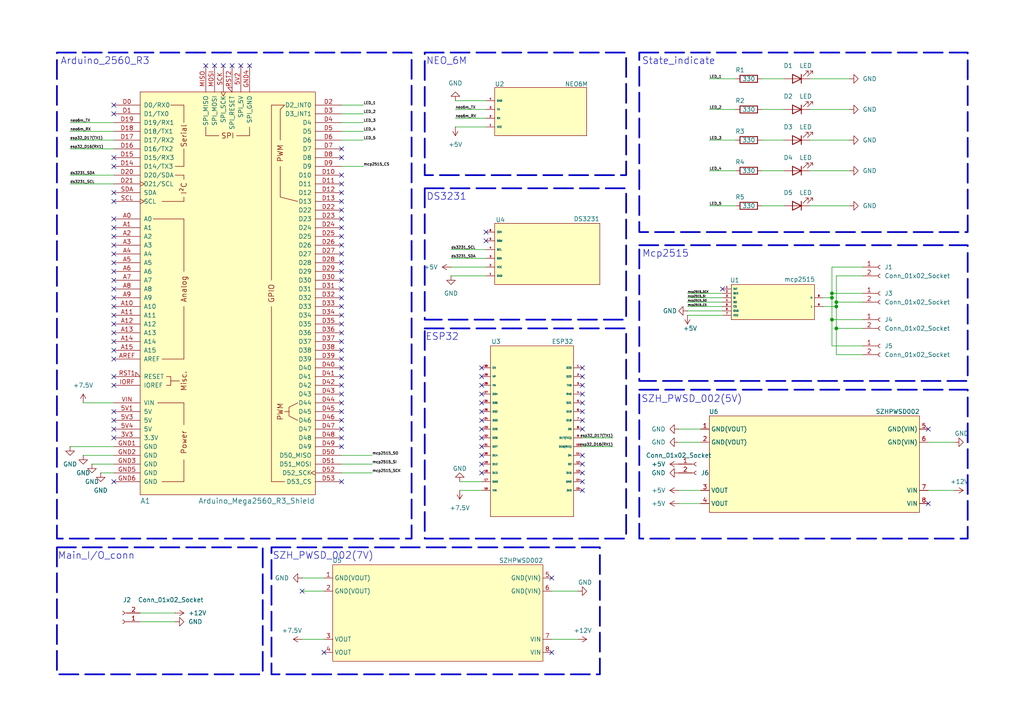
<source format=kicad_sch>
(kicad_sch (version 20231120) (generator "eeschema") (generator_version "8.0")
  (paper "A4")
  (lib_symbols
    (symbol "Connector:Conn_01x02_Socket" (pin_names (offset 1.016) hide)
      (property "Reference" "J" (at 0 2.54 0))
      (property "Value" "Conn_01x02_Socket" (at 0 -5.08 0))
      (symbol "Conn_01x02_Socket_1_1"
        (arc (start 0 -2.032) (mid -0.5058 -2.54) (end 0 -3.048) (stroke (width 0.1524)))
        (polyline (pts (xy -1.27 -2.54) (xy -0.508 -2.54)) (stroke (width 0.1524)))
        (polyline (pts (xy -1.27 0) (xy -0.508 0)) (stroke (width 0.1524)))
        (arc (start 0 0.508) (mid -0.5058 0) (end 0 -0.508) (stroke (width 0.1524)))
        (pin passive line (at -5.08 0 0) (length 3.81) (name "Pin_1") (number "1"))
        (pin passive line (at -5.08 -2.54 0) (length 3.81) (name "Pin_2") (number "2"))
      )
    )
    (symbol "Device:LED" (pin_numbers hide) (pin_names (offset 1.016) hide)
      (property "Reference" "D" (at 0 2.54 0))
      (property "Value" "LED" (at 0 -2.54 0))
      (symbol "LED_0_1"
        (polyline (pts (xy -1.27 -1.27) (xy -1.27 1.27)) (stroke (width 0.254)))
        (polyline (pts (xy -1.27 0) (xy 1.27 0)))
        (polyline (pts (xy 1.27 -1.27) (xy 1.27 1.27) (xy -1.27 0) (xy 1.27 -1.27)) (stroke (width 0.254)))
        (polyline (pts (xy -3.048 -0.762) (xy -4.572 -2.286) (xy -3.81 -2.286) (xy -4.572 -2.286) (xy -4.572 -1.524)))
        (polyline (pts (xy -1.778 -0.762) (xy -3.302 -2.286) (xy -2.54 -2.286) (xy -3.302 -2.286) (xy -3.302 -1.524)))
      )
      (symbol "LED_1_1"
        (pin passive line (at -3.81 0 0) (length 2.54) (name "K") (number "1"))
        (pin passive line (at 3.81 0 180) (length 2.54) (name "A") (number "2"))
      )
    )
    (symbol "Device:R" (pin_numbers hide) (pin_names (offset 0))
      (property "Reference" "R" (at 2.032 0 90))
      (property "Value" "R" (at 0 0 90))
      (symbol "R_0_1"
        (rectangle (start -1.016 -2.54) (end 1.016 2.54) (stroke (width 0.254)))
      )
      (symbol "R_1_1"
        (pin passive line (at 0 3.81 270) (length 1.27) (name "~") (number "1"))
        (pin passive line (at 0 -3.81 90) (length 1.27) (name "~") (number "2"))
      )
    )
    (symbol "SZH_PWSD_003_1"
      (property "Reference" "U6" (at -5.08 0 0))
      (property "Value" "SZHPWSD002" (at 48.26 0 0))
      (symbol "SZH_PWSD_003_1_1_1"
        (rectangle (start -6.35 -1.27) (end 54.61 -29.21) (fill (type background)))
        (pin input line (at -8.89 -5.08 0) (length 2.54) (name "GND(VOUT)") (number "1"))
        (pin input line (at -8.89 -8.89 0) (length 2.54) (name "GND(VOUT)") (number "2"))
        (pin input line (at -8.89 -22.86 0) (length 2.54) (name "VOUT") (number "3"))
        (pin input line (at -8.89 -26.67 0) (length 2.54) (name "VOUT") (number "4"))
        (pin input line (at 57.15 -5.08 180) (length 2.54) (name "GND(VIN)") (number "5"))
        (pin input line (at 57.15 -8.89 180) (length 2.54) (name "GND(VIN)") (number "6"))
        (pin input line (at 57.15 -22.86 180) (length 2.54) (name "VIN") (number "7"))
        (pin input line (at 57.15 -26.67 180) (length 2.54) (name "VIN") (number "8"))
      )
    )
    (symbol "User_Power:Arduino_Mega2560_R3_Shield" (pin_names (offset 1.016))
      (property "Reference" "A1" (at -23.876 -60.198 0))
      (property "Value" "Arduino_Mega2560_R3_Shield" (at 8.382 -60.198 0))
      (symbol "Arduino_Mega2560_R3_Shield_0_0"
        (rectangle (start -25.4 -58.42) (end 25.4 58.42) (fill (type background)))
        (rectangle (start -20.32 -31.75) (end -12.7 -31.75))
        (rectangle (start -19.05 -54.61) (end -12.7 -54.61))
        (rectangle (start -19.05 -19.05) (end -12.7 -19.05))
        (rectangle (start -19.05 26.67) (end -12.7 26.67))
        (rectangle (start -17.78 -26.67) (end -16.51 -26.67))
        (rectangle (start -17.78 -24.13) (end -16.51 -24.13))
        (rectangle (start -16.51 -25.4) (end -13.97 -25.4))
        (rectangle (start -16.51 -24.13) (end -16.51 -26.67))
        (rectangle (start -16.51 54.61) (end -12.7 54.61))
        (rectangle (start -15.24 34.29) (end -12.7 34.29))
        (rectangle (start -15.24 36.83) (end -12.7 36.83))
        (rectangle (start -12.7 -54.61) (end -12.7 -48.26))
        (rectangle (start -12.7 -31.75) (end -12.7 -38.1))
        (rectangle (start -12.7 26.67) (end -12.7 27.94))
        (rectangle (start -12.7 34.29) (end -12.7 33.02))
        (rectangle (start -12.7 41.91) (end -12.7 36.83))
        (rectangle (start -12.7 49.53) (end -12.7 54.61))
        (rectangle (start -6.35 48.26) (end -6.35 45.72))
        (rectangle (start -2.54 45.72) (end -6.35 45.72))
        (polyline (pts (xy -21.59 21.59) (xy -12.7 21.59)))
        (polyline (pts (xy -12.7 -19.05) (xy -12.7 -3.81)))
        (polyline (pts (xy -12.7 6.35) (xy -12.7 21.59)))
        (polyline (pts (xy 12.7 -54.61) (xy 16.51 -54.61)))
        (polyline (pts (xy 12.7 54.61) (xy 16.51 54.61)))
        (polyline (pts (xy 17.78 -34.29) (xy 16.51 -34.29)))
        (polyline (pts (xy 15.24 36.83) (xy 15.24 27.94) (xy 20.32 26.67)))
        (polyline (pts (xy 15.24 44.45) (xy 15.24 53.34) (xy 16.51 54.61)))
        (polyline (pts (xy 20.32 -31.75) (xy 17.78 -33.02) (xy 17.78 -35.56) (xy 20.32 -36.83)))
        (rectangle (start 6.35 45.72) (end 2.54 45.72))
        (rectangle (start 6.35 48.26) (end 6.35 45.72))
        (text "Analog" (at -12.7 1.27 900) (effects (font (size 1.524 1.524))))
        (text "I²C" (at -12.7 30.48 900) (effects (font (size 1.524 1.524))))
        (text "Misc." (at -12.7 -25.4 900) (effects (font (size 1.524 1.524))))
        (text "Power" (at -12.7 -43.18 900) (effects (font (size 1.524 1.524))))
        (text "PWM" (at 15.24 -34.29 900) (effects (font (size 1.524 1.524))))
        (text "PWM" (at 15.24 40.64 900) (effects (font (size 1.524 1.524))))
        (text "Serial" (at -12.7 45.72 900) (effects (font (size 1.524 1.524))))
        (text "SPI" (at 0 45.72 0) (effects (font (size 1.524 1.524))))
      )
      (symbol "Arduino_Mega2560_R3_Shield_1_0"
        (rectangle (start 12.7 -54.61) (end 12.7 -3.81))
        (rectangle (start 12.7 54.61) (end 12.7 3.81))
        (text "GPIO" (at 12.7 0 900) (effects (font (size 1.524 1.524))))
      )
      (symbol "Arduino_Mega2560_R3_Shield_1_1"
        (pin power_out line (at -33.02 -41.91 0) (length 7.62) (name "3.3V") (number "3V3"))
        (pin power_in line (at -33.02 -34.29 0) (length 7.62) (name "5V") (number "5V1"))
        (pin power_in line (at 3.81 66.04 270) (length 7.62) (name "SPI_5V") (number "5V2"))
        (pin power_in line (at -33.02 -36.83 0) (length 7.62) (name "5V") (number "5V3"))
        (pin power_in line (at -33.02 -39.37 0) (length 7.62) (name "5V") (number "5V4"))
        (pin bidirectional line (at -33.02 21.59 0) (length 7.62) (name "A0") (number "A0"))
        (pin bidirectional line (at -33.02 19.05 0) (length 7.62) (name "A1") (number "A1"))
        (pin bidirectional line (at -33.02 -3.81 0) (length 7.62) (name "A10") (number "A10"))
        (pin bidirectional line (at -33.02 -6.35 0) (length 7.62) (name "A11") (number "A11"))
        (pin bidirectional line (at -33.02 -8.89 0) (length 7.62) (name "A12") (number "A12"))
        (pin bidirectional line (at -33.02 -11.43 0) (length 7.62) (name "A13") (number "A13"))
        (pin bidirectional line (at -33.02 -13.97 0) (length 7.62) (name "A14") (number "A14"))
        (pin bidirectional line (at -33.02 -16.51 0) (length 7.62) (name "A15") (number "A15"))
        (pin bidirectional line (at -33.02 16.51 0) (length 7.62) (name "A2") (number "A2"))
        (pin bidirectional line (at -33.02 13.97 0) (length 7.62) (name "A3") (number "A3"))
        (pin bidirectional line (at -33.02 11.43 0) (length 7.62) (name "A4") (number "A4"))
        (pin bidirectional line (at -33.02 8.89 0) (length 7.62) (name "A5") (number "A5"))
        (pin bidirectional line (at -33.02 6.35 0) (length 7.62) (name "A6") (number "A6"))
        (pin bidirectional line (at -33.02 3.81 0) (length 7.62) (name "A7") (number "A7"))
        (pin bidirectional line (at -33.02 1.27 0) (length 7.62) (name "A8") (number "A8"))
        (pin bidirectional line (at -33.02 -1.27 0) (length 7.62) (name "A9") (number "A9"))
        (pin input line (at -33.02 -19.05 0) (length 7.62) (name "AREF") (number "AREF"))
        (pin bidirectional line (at -33.02 54.61 0) (length 7.62) (name "D0/RX0") (number "D0"))
        (pin bidirectional line (at -33.02 52.07 0) (length 7.62) (name "D1/TX0") (number "D1"))
        (pin bidirectional line (at 33.02 34.29 180) (length 7.62) (name "D10") (number "D10"))
        (pin bidirectional line (at 33.02 31.75 180) (length 7.62) (name "D11") (number "D11"))
        (pin bidirectional line (at 33.02 29.21 180) (length 7.62) (name "D12") (number "D12"))
        (pin bidirectional line (at 33.02 26.67 180) (length 7.62) (name "D13") (number "D13"))
        (pin bidirectional line (at -33.02 36.83 0) (length 7.62) (name "D14/TX3") (number "D14"))
        (pin bidirectional line (at -33.02 39.37 0) (length 7.62) (name "D15/RX3") (number "D15"))
        (pin bidirectional line (at -33.02 41.91 0) (length 7.62) (name "D16/TX2") (number "D16"))
        (pin bidirectional line (at -33.02 44.45 0) (length 7.62) (name "D17/RX2") (number "D17"))
        (pin bidirectional line (at -33.02 46.99 0) (length 7.62) (name "D18/TX1") (number "D18"))
        (pin bidirectional line (at -33.02 49.53 0) (length 7.62) (name "D19/RX1") (number "D19"))
        (pin bidirectional line (at 33.02 54.61 180) (length 7.62) (name "D2_INT0") (number "D2"))
        (pin bidirectional line (at -33.02 34.29 0) (length 7.62) (name "D20/SDA") (number "D20"))
        (pin bidirectional clock (at -33.02 31.75 0) (length 7.62) (name "D21/SCL") (number "D21"))
        (pin bidirectional line (at 33.02 24.13 180) (length 7.62) (name "D22") (number "D22"))
        (pin bidirectional line (at 33.02 21.59 180) (length 7.62) (name "D23") (number "D23"))
        (pin bidirectional line (at 33.02 19.05 180) (length 7.62) (name "D24") (number "D24"))
        (pin bidirectional line (at 33.02 16.51 180) (length 7.62) (name "D25") (number "D25"))
        (pin bidirectional line (at 33.02 13.97 180) (length 7.62) (name "D26") (number "D26"))
        (pin bidirectional line (at 33.02 11.43 180) (length 7.62) (name "D27") (number "D27"))
        (pin bidirectional line (at 33.02 8.89 180) (length 7.62) (name "D28") (number "D28"))
        (pin bidirectional line (at 33.02 6.35 180) (length 7.62) (name "D29") (number "D29"))
        (pin bidirectional line (at 33.02 52.07 180) (length 7.62) (name "D3_INT1") (number "D3"))
        (pin bidirectional line (at 33.02 3.81 180) (length 7.62) (name "D30") (number "D30"))
        (pin bidirectional line (at 33.02 1.27 180) (length 7.62) (name "D31") (number "D31"))
        (pin bidirectional line (at 33.02 -1.27 180) (length 7.62) (name "D32") (number "D32"))
        (pin bidirectional line (at 33.02 -3.81 180) (length 7.62) (name "D33") (number "D33"))
        (pin bidirectional line (at 33.02 -6.35 180) (length 7.62) (name "D34") (number "D34"))
        (pin bidirectional line (at 33.02 -8.89 180) (length 7.62) (name "D35") (number "D35"))
        (pin bidirectional line (at 33.02 -11.43 180) (length 7.62) (name "D36") (number "D36"))
        (pin bidirectional line (at 33.02 -13.97 180) (length 7.62) (name "D37") (number "D37"))
        (pin bidirectional line (at 33.02 -16.51 180) (length 7.62) (name "D38") (number "D38"))
        (pin bidirectional line (at 33.02 -19.05 180) (length 7.62) (name "D39") (number "D39"))
        (pin bidirectional line (at 33.02 49.53 180) (length 7.62) (name "D4") (number "D4"))
        (pin bidirectional line (at 33.02 -21.59 180) (length 7.62) (name "D40") (number "D40"))
        (pin bidirectional line (at 33.02 -24.13 180) (length 7.62) (name "D41") (number "D41"))
        (pin bidirectional line (at 33.02 -26.67 180) (length 7.62) (name "D42") (number "D42"))
        (pin bidirectional line (at 33.02 -29.21 180) (length 7.62) (name "D43") (number "D43"))
        (pin bidirectional line (at 33.02 -31.75 180) (length 7.62) (name "D44") (number "D44"))
        (pin bidirectional line (at 33.02 -34.29 180) (length 7.62) (name "D45") (number "D45"))
        (pin bidirectional line (at 33.02 -36.83 180) (length 7.62) (name "D46") (number "D46"))
        (pin bidirectional line (at 33.02 -39.37 180) (length 7.62) (name "D47") (number "D47"))
        (pin bidirectional line (at 33.02 -41.91 180) (length 7.62) (name "D48") (number "D48"))
        (pin bidirectional line (at 33.02 -44.45 180) (length 7.62) (name "D49") (number "D49"))
        (pin bidirectional line (at 33.02 46.99 180) (length 7.62) (name "D5") (number "D5"))
        (pin bidirectional line (at 33.02 -46.99 180) (length 7.62) (name "D50_MISO") (number "D50"))
        (pin bidirectional line (at 33.02 -49.53 180) (length 7.62) (name "D51_MOSI") (number "D51"))
        (pin bidirectional clock (at 33.02 -52.07 180) (length 7.62) (name "D52_SCK") (number "D52"))
        (pin bidirectional line (at 33.02 -54.61 180) (length 7.62) (name "D53_CS") (number "D53"))
        (pin bidirectional line (at 33.02 44.45 180) (length 7.62) (name "D6") (number "D6"))
        (pin bidirectional line (at 33.02 41.91 180) (length 7.62) (name "D7") (number "D7"))
        (pin bidirectional line (at 33.02 39.37 180) (length 7.62) (name "D8") (number "D8"))
        (pin bidirectional line (at 33.02 36.83 180) (length 7.62) (name "D9") (number "D9"))
        (pin power_in line (at -33.02 -44.45 0) (length 7.62) (name "GND") (number "GND1"))
        (pin power_in line (at -33.02 -46.99 0) (length 7.62) (name "GND") (number "GND2"))
        (pin power_in line (at -33.02 -49.53 0) (length 7.62) (name "GND") (number "GND3"))
        (pin power_in line (at 6.35 66.04 270) (length 7.62) (name "SPI_GND") (number "GND4"))
        (pin power_in line (at -33.02 -52.07 0) (length 7.62) (name "GND") (number "GND5"))
        (pin power_in line (at -33.02 -54.61 0) (length 7.62) (name "GND") (number "GND6"))
        (pin output line (at -33.02 -26.67 0) (length 7.62) (name "IOREF") (number "IORF"))
        (pin input line (at -6.35 66.04 270) (length 7.62) (name "SPI_MISO") (number "MISO"))
        (pin output line (at -3.81 66.04 270) (length 7.62) (name "SPI_MOSI") (number "MOSI"))
        (pin open_collector input_low (at -33.02 -24.13 0) (length 7.62) (name "RESET") (number "RST1"))
        (pin open_collector input_low (at 1.27 66.04 270) (length 7.62) (name "SPI_RESET") (number "RST2"))
        (pin output clock (at -1.27 66.04 270) (length 7.62) (name "SPI_SCK") (number "SCK"))
        (pin bidirectional clock (at -33.02 26.67 0) (length 7.62) (name "SCL") (number "SCL"))
        (pin bidirectional line (at -33.02 29.21 0) (length 7.62) (name "SDA") (number "SDA"))
        (pin power_in line (at -33.02 -31.75 0) (length 7.62) (name "VIN") (number "VIN"))
      )
    )
    (symbol "motor_symbol:DS1302"
      (property "Reference" "U4" (at -8.636 4.826 0))
      (property "Value" "DS3231" (at 13.97 5.08 0))
      (symbol "DS1302_1_1"
        (rectangle (start -8.89 3.81) (end 21.59 -13.97) (fill (type background)))
        (pin input line (at -11.43 -11.43 0) (length 2.54) (name "GND") (number "1"))
        (pin input line (at -11.43 -8.89 0) (length 2.54) (name "VCC") (number "2"))
        (pin input line (at -11.43 -6.35 0) (length 2.54) (name "SDA") (number "3"))
        (pin input line (at -11.43 -3.81 0) (length 2.54) (name "SCL") (number "4"))
        (pin input line (at -11.43 -1.27 0) (length 2.54) (name "SQW") (number "5"))
        (pin input line (at -11.43 1.27 0) (length 2.54) (name "32K") (number "6"))
      )
    )
    (symbol "motor_symbol:ESP32"
      (property "Reference" "U3" (at -12.7 -26.416 90))
      (property "Value" "ESP32" (at -12.7 -8.89 90))
      (symbol "ESP32_1_1"
        (rectangle (start -11.43 -2.54) (end 38.1 -26.67) (fill (type background)))
        (pin input line (at -5.08 0 270) (length 2.54) (name "D23") (number "1"))
        (pin input line (at 17.78 0 270) (length 2.54) (name "D16(RX1)") (number "10"))
        (pin input line (at 20.32 0 270) (length 2.54) (name "D4") (number "11"))
        (pin input line (at 22.86 0 270) (length 2.54) (name "D2") (number "12"))
        (pin input line (at 25.4 0 270) (length 2.54) (name "D15") (number "13"))
        (pin input line (at 27.94 0 270) (length 2.54) (name "GND") (number "14"))
        (pin input line (at 30.48 0 270) (length 2.54) (name "3V3") (number "15"))
        (pin input line (at 30.48 -29.21 90) (length 2.54) (name "VIN") (number "16"))
        (pin input line (at 27.94 -29.21 90) (length 2.54) (name "GND") (number "17"))
        (pin input line (at 25.4 -29.21 90) (length 2.54) (name "D13") (number "18"))
        (pin input line (at 22.86 -29.21 90) (length 2.54) (name "D12") (number "19"))
        (pin input line (at -2.54 0 270) (length 2.54) (name "D22") (number "2"))
        (pin input line (at 20.32 -29.21 90) (length 2.54) (name "D14") (number "20"))
        (pin input line (at 17.78 -29.21 90) (length 2.54) (name "D27") (number "21"))
        (pin input line (at 15.24 -29.21 90) (length 2.54) (name "D26") (number "22"))
        (pin input line (at 12.7 -29.21 90) (length 2.54) (name "D25") (number "23"))
        (pin input line (at 10.16 -29.21 90) (length 2.54) (name "D33") (number "24"))
        (pin input line (at 7.62 -29.21 90) (length 2.54) (name "D32") (number "25"))
        (pin input line (at 5.08 -29.21 90) (length 2.54) (name "D35") (number "26"))
        (pin input line (at 2.54 -29.21 90) (length 2.54) (name "D34") (number "27"))
        (pin input line (at 0 -29.21 90) (length 2.54) (name "VN") (number "28"))
        (pin input line (at -2.54 -29.21 90) (length 2.54) (name "VP") (number "29"))
        (pin input line (at 0 0 270) (length 2.54) (name "TX0") (number "3"))
        (pin input line (at -5.08 -29.21 90) (length 2.54) (name "EN") (number "30"))
        (pin input line (at 2.54 0 270) (length 2.54) (name "RX0") (number "4"))
        (pin input line (at 5.08 0 270) (length 2.54) (name "D21") (number "5"))
        (pin input line (at 7.62 0 270) (length 2.54) (name "D19") (number "6"))
        (pin input line (at 10.16 0 270) (length 2.54) (name "D18") (number "7"))
        (pin input line (at 12.7 0 270) (length 2.54) (name "D5") (number "8"))
        (pin input line (at 15.24 0 270) (length 2.54) (name "D17(TX1)") (number "9"))
      )
    )
    (symbol "motor_symbol:NEO6M"
      (property "Reference" "U2" (at -2.54 -0.254 0))
      (property "Value" "NEO6M" (at 17.78 -0.254 0))
      (symbol "NEO6M_1_1"
        (rectangle (start -2.54 -1.27) (end 24.13 -15.24) (fill (type background)))
        (pin input line (at -5.08 -12.7 0) (length 2.54) (name "VCC") (number "1"))
        (pin input line (at -5.08 -10.16 0) (length 2.54) (name "RX") (number "2"))
        (pin input line (at -5.08 -7.62 0) (length 2.54) (name "TX") (number "3"))
        (pin input line (at -5.08 -5.08 0) (length 2.54) (name "GND") (number "4"))
      )
    )
    (symbol "motor_symbol:SZH_PWSD_003"
      (property "Reference" "U5" (at -5.08 0 0))
      (property "Value" "SZHPWSD002" (at 48.26 0 0))
      (symbol "SZH_PWSD_003_1_1"
        (rectangle (start -6.35 -1.27) (end 54.61 -29.21) (fill (type background)))
        (pin input line (at -8.89 -5.08 0) (length 2.54) (name "GND(VOUT)") (number "1"))
        (pin input line (at -8.89 -8.89 0) (length 2.54) (name "GND(VOUT)") (number "2"))
        (pin input line (at -8.89 -22.86 0) (length 2.54) (name "VOUT") (number "3"))
        (pin input line (at -8.89 -26.67 0) (length 2.54) (name "VOUT") (number "4"))
        (pin input line (at 57.15 -5.08 180) (length 2.54) (name "GND(VIN)") (number "5"))
        (pin input line (at 57.15 -8.89 180) (length 2.54) (name "GND(VIN)") (number "6"))
        (pin input line (at 57.15 -22.86 180) (length 2.54) (name "VIN") (number "7"))
        (pin input line (at 57.15 -26.67 180) (length 2.54) (name "VIN") (number "8"))
      )
    )
    (symbol "motor_symbol:mcp2515"
      (property "Reference" "U1" (at 2.286 0 0))
      (property "Value" "mcp2515" (at 21.082 0.254 0))
      (symbol "mcp2515_1_1"
        (rectangle (start 1.27 -1.27) (end 25.4 -11.43) (fill (type background)))
        (pin input line (at -1.27 -2.54 0) (length 2.54) (name "INT") (number "1"))
        (pin input line (at -1.27 -3.81 0) (length 2.54) (name "SCK") (number "2"))
        (pin input line (at -1.27 -5.08 0) (length 2.54) (name "SI") (number "3"))
        (pin input line (at -1.27 -6.35 0) (length 2.54) (name "SO") (number "4"))
        (pin input line (at -1.27 -7.62 0) (length 2.54) (name "CS") (number "5"))
        (pin input line (at -1.27 -8.89 0) (length 2.54) (name "GND") (number "6"))
        (pin input line (at -1.27 -10.16 0) (length 2.54) (name "VCC") (number "7"))
        (pin input line (at 27.94 -5.08 180) (length 2.54) (name "H") (number "8"))
        (pin input line (at 27.94 -7.62 180) (length 2.54) (name "L") (number "9"))
      )
    )
    (symbol "power:+12V" (power) (pin_numbers hide) (pin_names (offset 0) hide)
      (property "Value" "+12V" (at 0 3.556 0))
      (symbol "+12V_0_1"
        (polyline (pts (xy -0.762 1.27) (xy 0 2.54)))
        (polyline (pts (xy 0 0) (xy 0 2.54)))
        (polyline (pts (xy 0 2.54) (xy 0.762 1.27)))
      )
      (symbol "+12V_1_1"
        (pin power_in line (at 0 0 90) (length 0) (name "~") (number "1"))
      )
    )
    (symbol "power:+5V" (power) (pin_numbers hide) (pin_names (offset 0) hide)
      (property "Value" "+5V" (at 0 3.556 0))
      (symbol "+5V_0_1"
        (polyline (pts (xy -0.762 1.27) (xy 0 2.54)))
        (polyline (pts (xy 0 0) (xy 0 2.54)))
        (polyline (pts (xy 0 2.54) (xy 0.762 1.27)))
      )
      (symbol "+5V_1_1"
        (pin power_in line (at 0 0 90) (length 0) (name "~") (number "1"))
      )
    )
    (symbol "power:+7.5V" (power) (pin_numbers hide) (pin_names (offset 0) hide)
      (property "Value" "+7.5V" (at 0 3.556 0))
      (symbol "+7.5V_0_1"
        (polyline (pts (xy -0.762 1.27) (xy 0 2.54)))
        (polyline (pts (xy 0 0) (xy 0 2.54)))
        (polyline (pts (xy 0 2.54) (xy 0.762 1.27)))
      )
      (symbol "+7.5V_1_1"
        (pin power_in line (at 0 0 90) (length 0) (name "~") (number "1"))
      )
    )
    (symbol "power:GND" (power) (pin_numbers hide) (pin_names (offset 0) hide)
      (property "Value" "GND" (at 0 -3.81 0))
      (symbol "GND_0_1"
        (polyline (pts (xy 0 0) (xy 0 -1.27) (xy 1.27 -1.27) (xy 0 -2.54) (xy -1.27 -1.27) (xy 0 -1.27)))
      )
      (symbol "GND_1_1"
        (pin power_in line (at 0 0 270) (length 0) (name "~") (number "1"))
      )
    )
  )
  (junction (at 241.3 86.36))
  (junction (at 241.3 85.09))
  (junction (at 242.57 95.25))
  (junction (at 242.57 87.63))
  (junction (at 242.57 88.9))
  (junction (at 241.3 92.71))
  (no_connect (at 33.02 45.72))
  (no_connect (at 33.02 101.6))
  (no_connect (at 99.06 91.44))
  (no_connect (at 140.97 67.31))
  (no_connect (at 269.24 146.05))
  (no_connect (at 99.06 73.66))
  (no_connect (at 168.91 139.7))
  (no_connect (at 139.7 129.54))
  (no_connect (at 99.06 96.52))
  (no_connect (at 33.02 127))
  (no_connect (at 99.06 129.54))
  (no_connect (at 99.06 111.76))
  (no_connect (at 139.7 116.84))
  (no_connect (at 99.06 53.34))
  (no_connect (at 168.91 109.22))
  (no_connect (at 33.02 81.28))
  (no_connect (at 99.06 121.92))
  (no_connect (at 69.85 19.05))
  (no_connect (at 168.91 142.24))
  (no_connect (at 99.06 101.6))
  (no_connect (at 168.91 132.08))
  (no_connect (at 99.06 93.98))
  (no_connect (at 33.02 86.36))
  (no_connect (at 99.06 43.18))
  (no_connect (at 139.7 106.68))
  (no_connect (at 33.02 63.5))
  (no_connect (at 99.06 60.96))
  (no_connect (at 139.7 137.16))
  (no_connect (at 33.02 73.66))
  (no_connect (at 140.97 69.85))
  (no_connect (at 99.06 68.58))
  (no_connect (at 160.02 167.64))
  (no_connect (at 33.02 99.06))
  (no_connect (at 168.91 114.3))
  (no_connect (at 99.06 104.14))
  (no_connect (at 168.91 121.92))
  (no_connect (at 99.06 66.04))
  (no_connect (at 59.69 19.05))
  (no_connect (at 33.02 119.38))
  (no_connect (at 33.02 139.7))
  (no_connect (at 99.06 83.82))
  (no_connect (at 33.02 109.22))
  (no_connect (at 168.91 134.62))
  (no_connect (at 99.06 58.42))
  (no_connect (at 33.02 66.04))
  (no_connect (at 64.77 19.05))
  (no_connect (at 99.06 124.46))
  (no_connect (at 33.02 71.12))
  (no_connect (at 99.06 50.8))
  (no_connect (at 99.06 88.9))
  (no_connect (at 33.02 88.9))
  (no_connect (at 33.02 111.76))
  (no_connect (at 168.91 116.84))
  (no_connect (at 33.02 78.74))
  (no_connect (at 99.06 45.72))
  (no_connect (at 139.7 132.08))
  (no_connect (at 99.06 109.22))
  (no_connect (at 99.06 78.74))
  (no_connect (at 99.06 106.68))
  (no_connect (at 139.7 127))
  (no_connect (at 33.02 55.88))
  (no_connect (at 168.91 106.68))
  (no_connect (at 33.02 96.52))
  (no_connect (at 87.63 171.45))
  (no_connect (at 99.06 99.06))
  (no_connect (at 269.24 124.46))
  (no_connect (at 139.7 134.62))
  (no_connect (at 160.02 189.23))
  (no_connect (at 33.02 93.98))
  (no_connect (at 93.98 189.23))
  (no_connect (at 33.02 83.82))
  (no_connect (at 209.55 83.82))
  (no_connect (at 168.91 124.46))
  (no_connect (at 99.06 81.28))
  (no_connect (at 99.06 116.84))
  (no_connect (at 139.7 119.38))
  (no_connect (at 72.39 19.05))
  (no_connect (at 139.7 114.3))
  (no_connect (at 139.7 121.92))
  (no_connect (at 33.02 76.2))
  (no_connect (at 33.02 30.48))
  (no_connect (at 168.91 119.38))
  (no_connect (at 99.06 71.12))
  (no_connect (at 33.02 58.42))
  (no_connect (at 139.7 109.22))
  (no_connect (at 99.06 119.38))
  (no_connect (at 168.91 111.76))
  (no_connect (at 139.7 124.46))
  (no_connect (at 33.02 48.26))
  (no_connect (at 99.06 76.2))
  (no_connect (at 99.06 63.5))
  (no_connect (at 33.02 124.46))
  (no_connect (at 139.7 111.76))
  (no_connect (at 99.06 127))
  (no_connect (at 99.06 86.36))
  (no_connect (at 99.06 55.88))
  (no_connect (at 62.23 19.05))
  (no_connect (at 33.02 104.14))
  (no_connect (at 33.02 68.58))
  (no_connect (at 33.02 91.44))
  (no_connect (at 67.31 19.05))
  (no_connect (at 99.06 114.3))
  (no_connect (at 33.02 33.02))
  (no_connect (at 168.91 137.16))
  (no_connect (at 99.06 139.7))
  (no_connect (at 33.02 121.92))
  (wire (pts (xy 199.39 86.36) (xy 209.55 86.36)))
  (wire (pts (xy 196.85 128.27) (xy 203.2 128.27)))
  (wire (pts (xy 205.74 22.86) (xy 213.36 22.86)))
  (wire (pts (xy 238.76 88.9) (xy 242.57 88.9)))
  (wire (pts (xy 132.08 31.75) (xy 140.97 31.75)))
  (wire (pts (xy 24.13 116.84) (xy 33.02 116.84)))
  (wire (pts (xy 20.32 35.56) (xy 33.02 35.56)))
  (wire (pts (xy 241.3 92.71) (xy 250.19 92.71)))
  (wire (pts (xy 29.21 137.16) (xy 33.02 137.16)))
  (wire (pts (xy 220.98 31.75) (xy 227.33 31.75)))
  (wire (pts (xy 234.95 31.75) (xy 246.38 31.75)))
  (wire (pts (xy 99.06 38.1) (xy 105.41 38.1)))
  (wire (pts (xy 87.63 167.64) (xy 93.98 167.64)))
  (wire (pts (xy 87.63 171.45) (xy 93.98 171.45)))
  (wire (pts (xy 99.06 48.26) (xy 105.41 48.26)))
  (wire (pts (xy 87.63 185.42) (xy 93.98 185.42)))
  (wire (pts (xy 130.81 77.47) (xy 140.97 77.47)))
  (wire (pts (xy 241.3 77.47) (xy 241.3 85.09)))
  (wire (pts (xy 20.32 50.8) (xy 33.02 50.8)))
  (wire (pts (xy 132.08 36.83) (xy 140.97 36.83)))
  (wire (pts (xy 99.06 33.02) (xy 105.41 33.02)))
  (wire (pts (xy 205.74 59.69) (xy 213.36 59.69)))
  (wire (pts (xy 20.32 129.54) (xy 33.02 129.54)))
  (wire (pts (xy 242.57 87.63) (xy 250.19 87.63)))
  (wire (pts (xy 99.06 137.16) (xy 107.95 137.16)))
  (wire (pts (xy 130.81 72.39) (xy 140.97 72.39)))
  (wire (pts (xy 130.81 74.93) (xy 140.97 74.93)))
  (wire (pts (xy 20.32 53.34) (xy 33.02 53.34)))
  (wire (pts (xy 196.85 142.24) (xy 203.2 142.24)))
  (wire (pts (xy 242.57 80.01) (xy 242.57 87.63)))
  (wire (pts (xy 220.98 22.86) (xy 227.33 22.86)))
  (wire (pts (xy 199.39 85.09) (xy 209.55 85.09)))
  (wire (pts (xy 234.95 49.53) (xy 246.38 49.53)))
  (wire (pts (xy 99.06 35.56) (xy 105.41 35.56)))
  (wire (pts (xy 132.08 29.21) (xy 140.97 29.21)))
  (wire (pts (xy 241.3 85.09) (xy 250.19 85.09)))
  (wire (pts (xy 242.57 95.25) (xy 242.57 102.87)))
  (wire (pts (xy 24.13 132.08) (xy 33.02 132.08)))
  (wire (pts (xy 205.74 40.64) (xy 213.36 40.64)))
  (wire (pts (xy 168.91 129.54) (xy 177.8 129.54)))
  (wire (pts (xy 160.02 171.45) (xy 167.64 171.45)))
  (wire (pts (xy 139.7 142.24) (xy 133.35 142.24)))
  (wire (pts (xy 99.06 40.64) (xy 105.41 40.64)))
  (wire (pts (xy 269.24 128.27) (xy 276.86 128.27)))
  (wire (pts (xy 20.32 40.64) (xy 33.02 40.64)))
  (wire (pts (xy 199.39 90.17) (xy 209.55 90.17)))
  (wire (pts (xy 199.39 88.9) (xy 209.55 88.9)))
  (wire (pts (xy 241.3 85.09) (xy 241.3 86.36)))
  (wire (pts (xy 20.32 38.1) (xy 33.02 38.1)))
  (wire (pts (xy 205.74 49.53) (xy 213.36 49.53)))
  (wire (pts (xy 220.98 49.53) (xy 227.33 49.53)))
  (wire (pts (xy 99.06 134.62) (xy 107.95 134.62)))
  (wire (pts (xy 242.57 102.87) (xy 250.19 102.87)))
  (wire (pts (xy 196.85 124.46) (xy 203.2 124.46)))
  (wire (pts (xy 168.91 127) (xy 177.8 127)))
  (wire (pts (xy 205.74 31.75) (xy 213.36 31.75)))
  (wire (pts (xy 269.24 142.24) (xy 276.86 142.24)))
  (wire (pts (xy 242.57 80.01) (xy 250.19 80.01)))
  (wire (pts (xy 99.06 132.08) (xy 107.95 132.08)))
  (wire (pts (xy 234.95 22.86) (xy 246.38 22.86)))
  (wire (pts (xy 234.95 59.69) (xy 246.38 59.69)))
  (wire (pts (xy 139.7 139.7) (xy 133.35 139.7)))
  (wire (pts (xy 40.64 180.34) (xy 50.8 180.34)))
  (wire (pts (xy 242.57 95.25) (xy 250.19 95.25)))
  (wire (pts (xy 220.98 40.64) (xy 227.33 40.64)))
  (wire (pts (xy 196.85 146.05) (xy 203.2 146.05)))
  (wire (pts (xy 20.32 43.18) (xy 33.02 43.18)))
  (wire (pts (xy 241.3 92.71) (xy 241.3 100.33)))
  (wire (pts (xy 241.3 86.36) (xy 241.3 92.71)))
  (wire (pts (xy 99.06 30.48) (xy 105.41 30.48)))
  (wire (pts (xy 242.57 87.63) (xy 242.57 88.9)))
  (wire (pts (xy 234.95 40.64) (xy 246.38 40.64)))
  (wire (pts (xy 241.3 100.33) (xy 250.19 100.33)))
  (wire (pts (xy 130.81 80.01) (xy 140.97 80.01)))
  (wire (pts (xy 199.39 91.44) (xy 209.55 91.44)))
  (wire (pts (xy 26.67 134.62) (xy 33.02 134.62)))
  (wire (pts (xy 199.39 87.63) (xy 209.55 87.63)))
  (wire (pts (xy 242.57 88.9) (xy 242.57 95.25)))
  (wire (pts (xy 241.3 77.47) (xy 250.19 77.47)))
  (wire (pts (xy 40.64 177.8) (xy 50.8 177.8)))
  (wire (pts (xy 238.76 86.36) (xy 241.3 86.36)))
  (wire (pts (xy 160.02 185.42) (xy 167.64 185.42)))
  (wire (pts (xy 132.08 34.29) (xy 140.97 34.29)))
  (wire (pts (xy 220.98 59.69) (xy 227.33 59.69)))
  (rectangle (start 123.19 54.61) (end 181.61 92.71) (stroke (width 0.5) (type dash)))
  (rectangle (start 16.51 158.75) (end 76.2 195.58) (stroke (width 0.5) (type dash)))
  (rectangle (start 16.51 15.24) (end 119.38 156.21) (stroke (width 0.5) (type dash)))
  (rectangle (start 123.19 95.25) (end 181.61 156.21) (stroke (width 0.5) (type dash)))
  (rectangle (start 78.74 158.75) (end 173.99 195.58) (stroke (width 0.5) (type dash)))
  (rectangle (start 185.42 15.24) (end 280.67 67.31) (stroke (width 0.5) (type dash)))
  (rectangle (start 185.42 113.03) (end 280.67 156.21) (stroke (width 0.5) (type dash)))
  (rectangle (start 123.19 15.24) (end 181.61 50.8) (stroke (width 0.5) (type dash)))
  (rectangle (start 185.42 71.12) (end 280.67 110.49) (stroke (width 0.5) (type dash)))
  (text "SZH_PWSD_002(5V)" (at 200.66 115.824 0) (effects (font (size 2 2))))
  (text "Main_I/O_conn" (at 27.94 161.29 0) (effects (font (size 2 2))))
  (text "SZH_PWSD_002(7V)\n" (at 93.726 161.29 0) (effects (font (size 2 2))))
  (text "ESP32" (at 128.27 97.79 0) (effects (font (size 2 2))))
  (text "Mcp2515" (at 193.04 73.66 0) (effects (font (size 2 2))))
  (text "DS3231" (at 129.54 57.15 0) (effects (font (size 2 2))))
  (text "Arduino_2560_R3" (at 30.48 17.78 0) (effects (font (size 2 2))))
  (text "NEO_6M" (at 129.54 17.78 0) (effects (font (size 2 2))))
  (text "State_indicate" (at 196.85 17.78 0) (effects (font (size 2 2))))
  (label "mcp2515_SCK" (at 199.39 85.09 0) (effects (font (size 0.569 0.569))))
  (label "mcp2515_CS" (at 199.39 88.9 0) (effects (font (size 0.569 0.569))))
  (label "LED_2" (at 205.74 31.75 0) (effects (font (size 0.769 0.769))))
  (label "mcp2515_SCK" (at 107.95 137.16 0) (effects (font (size 0.769 0.769))))
  (label "LED_2" (at 105.41 33.02 0) (effects (font (size 0.769 0.769))))
  (label "mcp2515_SI" (at 199.39 86.36 0) (effects (font (size 0.569 0.569))))
  (label "mcp2515_SO" (at 199.39 87.63 0) (effects (font (size 0.569 0.569))))
  (label "esp32_D17(TX1)" (at 20.32 40.64 0) (effects (font (size 0.769 0.769))))
  (label "LED_1" (at 205.74 22.86 0) (effects (font (size 0.769 0.769))))
  (label "LED_5" (at 105.41 40.64 0) (effects (font (size 0.769 0.769))))
  (label "ds3231_SDA" (at 130.81 74.93 0) (effects (font (size 0.769 0.769))))
  (label "neo6m_RX" (at 132.08 34.29 0) (effects (font (size 0.769 0.769))))
  (label "esp32_D16(RX1)" (at 20.32 43.18 0) (effects (font (size 0.769 0.769))))
  (label "esp32_D17(TX1)" (at 177.8 127 180) (effects (font (size 0.769 0.769))))
  (label "ds3231_SDA" (at 20.32 50.8 0) (effects (font (size 0.769 0.769))))
  (label "LED_3" (at 105.41 35.56 0) (effects (font (size 0.769 0.769))))
  (label "LED_3" (at 205.74 40.64 0) (effects (font (size 0.769 0.769))))
  (label "neo6m_RX" (at 20.32 38.1 0) (effects (font (size 0.769 0.769))))
  (label "mcp2515_SI" (at 107.95 134.62 0) (effects (font (size 0.769 0.769))))
  (label "LED_4" (at 105.41 38.1 0) (effects (font (size 0.769 0.769))))
  (label "mcp2515_CS" (at 105.41 48.26 0) (effects (font (size 0.769 0.769))))
  (label "neo6m_TX" (at 20.32 35.56 0) (effects (font (size 0.769 0.769))))
  (label "LED_4" (at 205.74 49.53 0) (effects (font (size 0.769 0.769))))
  (label "neo6m_TX" (at 132.08 31.75 0) (effects (font (size 0.769 0.769))))
  (label "esp32_D16(RX1)" (at 177.8 129.54 180) (effects (font (size 0.769 0.769))))
  (label "mcp2515_SO" (at 107.95 132.08 0) (effects (font (size 0.769 0.769))))
  (label "LED_1" (at 105.41 30.48 0) (effects (font (size 0.769 0.769))))
  (label "LED_5" (at 205.74 59.69 0) (effects (font (size 0.769 0.769))))
  (label "ds3231_SCL" (at 130.81 72.39 0) (effects (font (size 0.769 0.769))))
  (label "ds3231_SCL" (at 20.32 53.34 0) (effects (font (size 0.769 0.769))))
  (symbol (lib_id "power:+5V") (at 196.85 134.62 90) (unit 1)
    (property "Reference" "#PWR033" (effects (hide yes)))
    (property "Value" "+5V" (at 193.04 134.6199 90) (effects (justify left)))
    (property "Description" "Power symbol creates a global label with name \"+5V\"" (effects (hide yes)))
  )
  (symbol (lib_id "power:GND") (at 276.86 128.27 90) (unit 1)
    (property "Reference" "#PWR014" (effects (hide yes)))
    (property "Value" "GND" (at 276.86 125.73 90) (effects (justify right)))
    (property "Description" "Power symbol creates a global label with name \"GND\" , ground" (effects (hide yes)))
  )
  (symbol (lib_id "power:GND") (at 246.38 22.86 90) (unit 1)
    (property "Reference" "#PWR021" (effects (hide yes)))
    (property "Value" "GND" (at 250.19 22.8599 90) (effects (justify right)))
    (property "Description" "Power symbol creates a global label with name \"GND\" , ground" (effects (hide yes)))
  )
  (symbol (lib_id "motor_symbol:NEO6M") (at 146.05 24.13 0) (unit 1)
    (property "Reference" "U2" (at 143.51 24.384 0) (effects (justify left)))
    (property "Value" "NEO6M" (at 163.83 24.384 0) (effects (justify left)))
    (property "Footprint" "motor_pcb:NEO6M" (effects (hide yes)))
  )
  (symbol (lib_id "power:GND") (at 246.38 49.53 90) (unit 1)
    (property "Reference" "#PWR024" (effects (hide yes)))
    (property "Value" "GND" (at 250.19 49.5299 90) (effects (justify right)))
    (property "Description" "Power symbol creates a global label with name \"GND\" , ground" (effects (hide yes)))
  )
  (symbol (lib_id "Device:R") (at 217.17 40.64 90) (unit 1)
    (property "Reference" "R3" (at 214.63 38.1 90))
    (property "Value" "330" (at 217.17 40.64 90))
    (property "Footprint" "Resistor_THT:R_Axial_DIN0207_L6.3mm_D2.5mm_P10.16mm_Horizontal" (effects (hide yes)))
    (property "Description" "Resistor" (effects (hide yes)))
  )
  (symbol (lib_id "power:+5V") (at 199.39 91.44 180) (unit 1)
    (property "Reference" "#PWR01" (effects (hide yes)))
    (property "Value" "+5V" (at 198.12 95.25 0) (effects (justify right)))
    (property "Description" "Power symbol creates a global label with name \"+5V\"" (effects (hide yes)))
  )
  (symbol (lib_name "SZH_PWSD_003_1") (lib_id "motor_symbol:SZH_PWSD_003") (at 212.09 119.38 0) (unit 1)
    (property "Reference" "U6" (at 207.01 119.38 0))
    (property "Value" "SZHPWSD002" (at 260.35 119.38 0))
    (property "Footprint" "motor_pcb:SZHPWSD003" (effects (hide yes)))
  )
  (symbol (lib_id "Connector:Conn_01x02_Socket") (at 255.27 77.47 0) (unit 1)
    (property "Reference" "J1" (at 256.54 77.4699 0) (effects (justify left)))
    (property "Value" "Conn_01x02_Socket" (at 256.54 80.0099 0) (effects (justify left)))
    (property "Footprint" "Connector_Molex:Molex_KK-254_AE-6410-02A_1x02_P2.54mm_Vertical" (effects (hide yes)))
    (property "Description" "Generic connector, single row, 01x02, script generated" (effects (hide yes)))
  )
  (symbol (lib_id "power:+7.5V") (at 133.35 142.24 180) (unit 1)
    (property "Reference" "#PWR05" (effects (hide yes)))
    (property "Value" "+7.5V" (at 133.35 147.32 0))
    (property "Description" "Power symbol creates a global label with name \"+7.5V\"" (effects (hide yes)))
  )
  (symbol (lib_id "Connector:Conn_01x02_Socket") (at 255.27 100.33 0) (unit 1)
    (property "Reference" "J5" (at 256.54 100.3299 0) (effects (justify left)))
    (property "Value" "Conn_01x02_Socket" (at 256.54 102.8699 0) (effects (justify left)))
    (property "Footprint" "Connector_Molex:Molex_KK-254_AE-6410-02A_1x02_P2.54mm_Vertical" (effects (hide yes)))
    (property "Description" "Generic connector, single row, 01x02, script generated" (effects (hide yes)))
  )
  (symbol (lib_id "power:+7.5V") (at 87.63 185.42 90) (unit 1)
    (property "Reference" "#PWR018" (effects (hide yes)))
    (property "Value" "+7.5V" (at 87.63 182.88 90) (effects (justify left)))
    (property "Description" "Power symbol creates a global label with name \"+7.5V\"" (effects (hide yes)))
  )
  (symbol (lib_id "power:GND") (at 130.81 80.01 0) (unit 1)
    (property "Reference" "#PWR07" (effects (hide yes)))
    (property "Value" "GND" (at 130.81 85.09 0))
    (property "Description" "Power symbol creates a global label with name \"GND\" , ground" (effects (hide yes)))
  )
  (symbol (lib_id "power:+7.5V") (at 24.13 116.84 0) (unit 1)
    (property "Reference" "#PWR09" (effects (hide yes)))
    (property "Value" "+7.5V" (at 24.13 111.76 0))
    (property "Description" "Power symbol creates a global label with name \"+7.5V\"" (effects (hide yes)))
  )
  (symbol (lib_id "Device:LED") (at 231.14 59.69 180) (unit 1)
    (property "Reference" "D5" (at 228.6 55.88 0))
    (property "Value" "LED" (at 233.68 55.88 0))
    (property "Footprint" "LED_THT:LED_D5.0mm_FlatTop" (effects (hide yes)))
    (property "Description" "Light emitting diode" (effects (hide yes)))
  )
  (symbol (lib_id "motor_symbol:mcp2515") (at 210.82 81.28 0) (unit 1)
    (property "Reference" "U1" (at 213.106 81.28 0))
    (property "Value" "mcp2515" (at 231.902 81.026 0))
    (property "Footprint" "motor_pcb:mcp2515" (effects (hide yes)))
  )
  (symbol (lib_id "power:GND") (at 196.85 137.16 270) (unit 1)
    (property "Reference" "#PWR032" (effects (hide yes)))
    (property "Value" "GND" (at 193.04 137.1599 90) (effects (justify right)))
    (property "Description" "Power symbol creates a global label with name \"GND\" , ground" (effects (hide yes)))
  )
  (symbol (lib_id "power:+5V") (at 196.85 142.24 90) (unit 1)
    (property "Reference" "#PWR026" (effects (hide yes)))
    (property "Value" "+5V" (at 193.04 142.2399 90) (effects (justify left)))
    (property "Description" "Power symbol creates a global label with name \"+5V\"" (effects (hide yes)))
  )
  (symbol (lib_id "power:GND") (at 24.13 132.08 0) (unit 1)
    (property "Reference" "#PWR015" (effects (hide yes)))
    (property "Value" "GND" (at 24.13 137.16 0))
    (property "Description" "Power symbol creates a global label with name \"GND\" , ground" (effects (hide yes)))
  )
  (symbol (lib_id "Device:LED") (at 231.14 31.75 180) (unit 1)
    (property "Reference" "D2" (at 228.6 27.94 0))
    (property "Value" "LED" (at 233.68 27.94 0))
    (property "Footprint" "LED_THT:LED_D5.0mm_FlatTop" (effects (hide yes)))
    (property "Description" "Light emitting diode" (effects (hide yes)))
  )
  (symbol (lib_id "motor_symbol:ESP32") (at 168.91 111.76 270) (unit 1)
    (property "Reference" "U3" (at 142.494 99.06 90) (effects (justify left)))
    (property "Value" "ESP32" (at 160.02 99.06 90) (effects (justify left)))
    (property "Footprint" "motor_pcb:ESP32" (effects (hide yes)))
  )
  (symbol (lib_id "Connector:Conn_01x02_Socket") (at 201.93 134.62 0) (unit 1)
    (property "Reference" "J6" (at 204.47 137.16 0))
    (property "Value" "Conn_01x02_Socket" (at 196.85 132.08 0))
    (property "Footprint" "Connector_Molex:Molex_KK-254_AE-6410-02A_1x02_P2.54mm_Vertical" (effects (hide yes)))
    (property "Description" "Generic connector, single row, 01x02, script generated" (effects (hide yes)))
  )
  (symbol (lib_id "power:GND") (at 167.64 171.45 90) (unit 1)
    (property "Reference" "#PWR034" (effects (hide yes)))
    (property "Value" "GND" (at 167.64 168.91 90) (effects (justify right)))
    (property "Description" "Power symbol creates a global label with name \"GND\" , ground" (effects (hide yes)))
  )
  (symbol (lib_id "power:GND") (at 246.38 40.64 90) (unit 1)
    (property "Reference" "#PWR023" (effects (hide yes)))
    (property "Value" "GND" (at 250.19 40.6399 90) (effects (justify right)))
    (property "Description" "Power symbol creates a global label with name \"GND\" , ground" (effects (hide yes)))
  )
  (symbol (lib_id "power:+12V") (at 50.8 177.8 270) (unit 1)
    (property "Reference" "#PWR011" (effects (hide yes)))
    (property "Value" "+12V" (at 54.61 177.7999 90) (effects (justify left)))
    (property "Description" "Power symbol creates a global label with name \"+12V\"" (effects (hide yes)))
  )
  (symbol (lib_id "power:GND") (at 29.21 137.16 0) (unit 1)
    (property "Reference" "#PWR017" (effects (hide yes)))
    (property "Value" "GND" (at 29.21 142.24 0))
    (property "Description" "Power symbol creates a global label with name \"GND\" , ground" (effects (hide yes)))
  )
  (symbol (lib_id "Device:LED") (at 231.14 22.86 180) (unit 1)
    (property "Reference" "D1" (at 228.6 19.05 0))
    (property "Value" "LED" (at 233.68 19.05 0))
    (property "Footprint" "LED_THT:LED_D5.0mm_FlatTop" (effects (hide yes)))
    (property "Description" "Light emitting diode" (effects (hide yes)))
  )
  (symbol (lib_id "power:+5V") (at 196.85 146.05 90) (unit 1)
    (property "Reference" "#PWR027" (effects (hide yes)))
    (property "Value" "+5V" (at 193.04 146.0499 90) (effects (justify left)))
    (property "Description" "Power symbol creates a global label with name \"+5V\"" (effects (hide yes)))
  )
  (symbol (lib_id "power:GND") (at 246.38 31.75 90) (unit 1)
    (property "Reference" "#PWR022" (effects (hide yes)))
    (property "Value" "GND" (at 250.19 31.7499 90) (effects (justify right)))
    (property "Description" "Power symbol creates a global label with name \"GND\" , ground" (effects (hide yes)))
  )
  (symbol (lib_id "Connector:Conn_01x02_Socket") (at 255.27 92.71 0) (unit 1)
    (property "Reference" "J4" (at 256.54 92.7099 0) (effects (justify left)))
    (property "Value" "Conn_01x02_Socket" (at 256.54 95.2499 0) (effects (justify left)))
    (property "Footprint" "Connector_Molex:Molex_KK-254_AE-6410-02A_1x02_P2.54mm_Vertical" (effects (hide yes)))
    (property "Description" "Generic connector, single row, 01x02, script generated" (effects (hide yes)))
  )
  (symbol (lib_id "motor_symbol:DS1302") (at 152.4 68.58 0) (unit 1)
    (property "Reference" "U4" (at 143.764 63.754 0) (effects (justify left)))
    (property "Value" "DS3231" (at 166.37 63.5 0) (effects (justify left)))
    (property "Footprint" "motor_pcb:DS3231" (effects (hide yes)))
  )
  (symbol (lib_id "power:GND") (at 196.85 124.46 270) (unit 1)
    (property "Reference" "#PWR029" (effects (hide yes)))
    (property "Value" "GND" (at 193.04 124.4599 90) (effects (justify right)))
    (property "Description" "Power symbol creates a global label with name \"GND\" , ground" (effects (hide yes)))
  )
  (symbol (lib_id "power:GND") (at 20.32 129.54 0) (unit 1)
    (property "Reference" "#PWR010" (effects (hide yes)))
    (property "Value" "GND" (at 20.32 134.62 0))
    (property "Description" "Power symbol creates a global label with name \"GND\" , ground" (effects (hide yes)))
  )
  (symbol (lib_id "User_Power:Arduino_Mega2560_R3_Shield") (at 66.04 85.09 0) (unit 1)
    (property "Reference" "A1" (at 42.164 145.288 0) (effects (font (size 1.524 1.524))))
    (property "Value" "Arduino_Mega2560_R3_Shield" (at 74.422 145.288 0) (effects (font (size 1.524 1.524))))
    (property "Footprint" "PCM_arduino-library:Arduino_Mega2560_R3_Shield" (effects (hide yes)))
    (property "Datasheet" "https://docs.arduino.cc/hardware/mega-2560" (effects (hide yes)))
    (property "Description" "Shield for Arduino Mega 2560 R3" (effects (hide yes)))
  )
  (symbol (lib_id "Connector:Conn_01x02_Socket") (at 255.27 85.09 0) (unit 1)
    (property "Reference" "J3" (at 256.54 85.0899 0) (effects (justify left)))
    (property "Value" "Conn_01x02_Socket" (at 256.54 87.6299 0) (effects (justify left)))
    (property "Footprint" "Connector_Molex:Molex_KK-254_AE-6410-02A_1x02_P2.54mm_Vertical" (effects (hide yes)))
    (property "Description" "Generic connector, single row, 01x02, script generated" (effects (hide yes)))
  )
  (symbol (lib_id "power:+12V") (at 167.64 185.42 270) (unit 1)
    (property "Reference" "#PWR035" (effects (hide yes)))
    (property "Value" "+12V" (at 166.37 182.88 90) (effects (justify left)))
    (property "Description" "Power symbol creates a global label with name \"+12V\"" (effects (hide yes)))
  )
  (symbol (lib_id "power:GND") (at 132.08 29.21 180) (unit 1)
    (property "Reference" "#PWR03" (effects (hide yes)))
    (property "Value" "GND" (at 132.08 24.13 0))
    (property "Description" "Power symbol creates a global label with name \"GND\" , ground" (effects (hide yes)))
  )
  (symbol (lib_id "power:GND") (at 50.8 180.34 90) (unit 1)
    (property "Reference" "#PWR012" (effects (hide yes)))
    (property "Value" "GND" (at 54.61 180.3399 90) (effects (justify right)))
    (property "Description" "Power symbol creates a global label with name \"GND\" , ground" (effects (hide yes)))
  )
  (symbol (lib_id "Device:R") (at 217.17 59.69 90) (unit 1)
    (property "Reference" "R5" (at 214.63 57.15 90))
    (property "Value" "330" (at 217.17 59.69 90))
    (property "Footprint" "Resistor_THT:R_Axial_DIN0207_L6.3mm_D2.5mm_P10.16mm_Horizontal" (effects (hide yes)))
    (property "Description" "Resistor" (effects (hide yes)))
  )
  (symbol (lib_id "power:+5V") (at 132.08 36.83 180) (unit 1)
    (property "Reference" "#PWR04" (effects (hide yes)))
    (property "Value" "+5V" (at 132.08 41.91 0))
    (property "Description" "Power symbol creates a global label with name \"+5V\"" (effects (hide yes)))
  )
  (symbol (lib_id "power:GND") (at 246.38 59.69 90) (unit 1)
    (property "Reference" "#PWR025" (effects (hide yes)))
    (property "Value" "GND" (at 250.19 59.6899 90) (effects (justify right)))
    (property "Description" "Power symbol creates a global label with name \"GND\" , ground" (effects (hide yes)))
  )
  (symbol (lib_id "power:GND") (at 196.85 128.27 270) (unit 1)
    (property "Reference" "#PWR028" (effects (hide yes)))
    (property "Value" "GND" (at 193.04 128.2699 90) (effects (justify right)))
    (property "Description" "Power symbol creates a global label with name \"GND\" , ground" (effects (hide yes)))
  )
  (symbol (lib_id "power:+5V") (at 130.81 77.47 90) (unit 1)
    (property "Reference" "#PWR08" (effects (hide yes)))
    (property "Value" "+5V" (at 127 77.4699 90) (effects (justify left)))
    (property "Description" "Power symbol creates a global label with name \"+5V\"" (effects (hide yes)))
  )
  (symbol (lib_id "Device:R") (at 217.17 31.75 90) (unit 1)
    (property "Reference" "R2" (at 214.63 29.21 90))
    (property "Value" "330" (at 217.17 31.75 90))
    (property "Footprint" "Resistor_THT:R_Axial_DIN0207_L6.3mm_D2.5mm_P10.16mm_Horizontal" (effects (hide yes)))
    (property "Description" "Resistor" (effects (hide yes)))
  )
  (symbol (lib_id "Device:LED") (at 231.14 49.53 180) (unit 1)
    (property "Reference" "D4" (at 228.6 45.72 0))
    (property "Value" "LED" (at 233.68 45.72 0))
    (property "Footprint" "LED_THT:LED_D5.0mm_FlatTop" (effects (hide yes)))
    (property "Description" "Light emitting diode" (effects (hide yes)))
  )
  (symbol (lib_id "Device:LED") (at 231.14 40.64 180) (unit 1)
    (property "Reference" "D3" (at 228.6 36.83 0))
    (property "Value" "LED" (at 233.68 36.83 0))
    (property "Footprint" "LED_THT:LED_D5.0mm_FlatTop" (effects (hide yes)))
    (property "Description" "Light emitting diode" (effects (hide yes)))
  )
  (symbol (lib_id "power:GND") (at 26.67 134.62 0) (unit 1)
    (property "Reference" "#PWR016" (effects (hide yes)))
    (property "Value" "GND" (at 26.67 139.7 0))
    (property "Description" "Power symbol creates a global label with name \"GND\" , ground" (effects (hide yes)))
  )
  (symbol (lib_id "power:GND") (at 133.35 139.7 180) (unit 1)
    (property "Reference" "#PWR06" (effects (hide yes)))
    (property "Value" "GND" (at 133.35 135.89 0))
    (property "Description" "Power symbol creates a global label with name \"GND\" , ground" (effects (hide yes)))
  )
  (symbol (lib_id "Device:R") (at 217.17 22.86 90) (unit 1)
    (property "Reference" "R1" (at 214.63 20.32 90))
    (property "Value" "330" (at 217.17 22.86 90))
    (property "Footprint" "Resistor_THT:R_Axial_DIN0207_L6.3mm_D2.5mm_P10.16mm_Horizontal" (effects (hide yes)))
    (property "Description" "Resistor" (effects (hide yes)))
  )
  (symbol (lib_id "power:GND") (at 199.39 90.17 270) (unit 1)
    (property "Reference" "#PWR02" (effects (hide yes)))
    (property "Value" "GND" (at 194.31 90.17 90))
    (property "Description" "Power symbol creates a global label with name \"GND\" , ground" (effects (hide yes)))
  )
  (symbol (lib_id "power:+12V") (at 276.86 142.24 270) (unit 1)
    (property "Reference" "#PWR013" (effects (hide yes)))
    (property "Value" "+12V" (at 275.59 139.7 90) (effects (justify left)))
    (property "Description" "Power symbol creates a global label with name \"+12V\"" (effects (hide yes)))
  )
  (symbol (lib_id "power:GND") (at 87.63 167.64 270) (unit 1)
    (property "Reference" "#PWR030" (effects (hide yes)))
    (property "Value" "GND" (at 83.82 167.6399 90) (effects (justify right)))
    (property "Description" "Power symbol creates a global label with name \"GND\" , ground" (effects (hide yes)))
  )
  (symbol (lib_id "motor_symbol:SZH_PWSD_003") (at 102.87 162.56 0) (unit 1)
    (property "Reference" "U5" (at 97.79 162.56 0))
    (property "Value" "SZHPWSD002" (at 151.13 162.56 0))
    (property "Footprint" "motor_pcb:SZHPWSD003" (effects (hide yes)))
  )
  (symbol (lib_id "Connector:Conn_01x02_Socket") (at 35.56 180.34 180) (unit 1)
    (property "Reference" "J2" (at 36.83 173.99 0))
    (property "Value" "Conn_01x02_Socket" (at 49.53 173.99 0))
    (property "Footprint" "Connector_Molex:Molex_KK-254_AE-6410-02A_1x02_P2.54mm_Vertical" (effects (hide yes)))
    (property "Description" "Generic connector, single row, 01x02, script generated" (effects (hide yes)))
  )
  (symbol (lib_id "Device:R") (at 217.17 49.53 90) (unit 1)
    (property "Reference" "R4" (at 214.63 46.99 90))
    (property "Value" "330" (at 217.17 49.53 90))
    (property "Footprint" "Resistor_THT:R_Axial_DIN0207_L6.3mm_D2.5mm_P10.16mm_Horizontal" (effects (hide yes)))
    (property "Description" "Resistor" (effects (hide yes)))
  )
)
</source>
